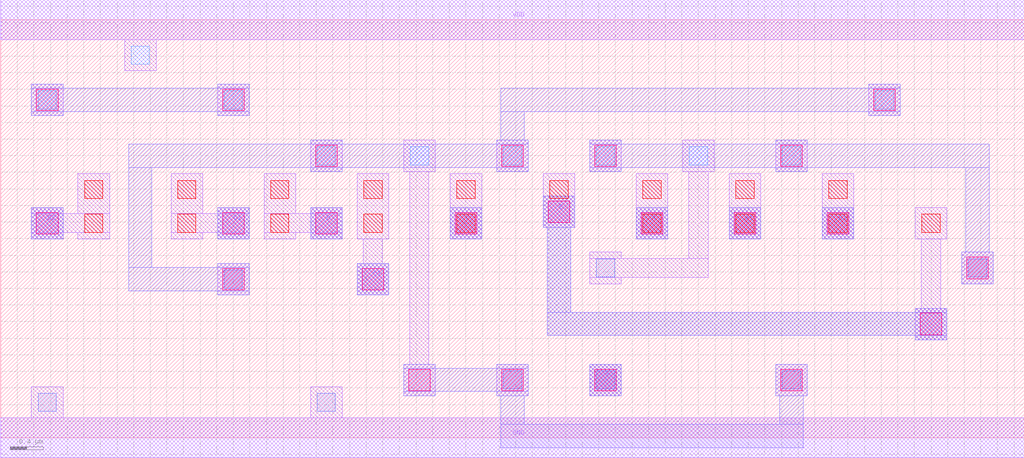
<source format=lef>
MACRO AAOAAOI2223
 CLASS CORE ;
 FOREIGN AAOAAOI2223 0 0 ;
 SIZE 12.32 BY 5.04 ;
 ORIGIN 0 0 ;
 SYMMETRY X Y R90 ;
 SITE unit ;
  PIN VDD
   DIRECTION INOUT ;
   USE POWER ;
   SHAPE ABUTMENT ;
    PORT
     CLASS CORE ;
       LAYER met1 ;
        RECT 0.00000000 4.80000000 12.32000000 5.28000000 ;
    END
  END VDD

  PIN GND
   DIRECTION INOUT ;
   USE POWER ;
   SHAPE ABUTMENT ;
    PORT
     CLASS CORE ;
       LAYER met1 ;
        RECT 0.00000000 -0.24000000 12.32000000 0.24000000 ;
    END
  END GND

  PIN Y
   DIRECTION INOUT ;
   USE SIGNAL ;
   SHAPE ABUTMENT ;
    PORT
     CLASS CORE ;
       LAYER met2 ;
        RECT 7.09000000 0.50700000 7.47000000 0.88700000 ;
    END
  END Y

  PIN A
   DIRECTION INOUT ;
   USE SIGNAL ;
   SHAPE ABUTMENT ;
    PORT
     CLASS CORE ;
       LAYER met2 ;
        RECT 7.65000000 2.39700000 8.03000000 2.77700000 ;
    END
  END A

  PIN D1
   DIRECTION INOUT ;
   USE SIGNAL ;
   SHAPE ABUTMENT ;
    PORT
     CLASS CORE ;
       LAYER met2 ;
        RECT 2.61000000 2.39700000 2.99000000 2.77700000 ;
    END
  END D1

  PIN B
   DIRECTION INOUT ;
   USE SIGNAL ;
   SHAPE ABUTMENT ;
    PORT
     CLASS CORE ;
       LAYER met2 ;
        RECT 11.01000000 1.18200000 11.39000000 1.23200000 ;
        RECT 6.58000000 1.23200000 11.39000000 1.51200000 ;
        RECT 11.01000000 1.51200000 11.39000000 1.56200000 ;
        RECT 6.58000000 1.51200000 6.86000000 2.53200000 ;
        RECT 6.53000000 2.53200000 6.91000000 2.91200000 ;
    END
  END B

  PIN C
   DIRECTION INOUT ;
   USE SIGNAL ;
   SHAPE ABUTMENT ;
    PORT
     CLASS CORE ;
       LAYER met2 ;
        RECT 5.41000000 2.39700000 5.79000000 2.77700000 ;
    END
  END C

  PIN D2
   DIRECTION INOUT ;
   USE SIGNAL ;
   SHAPE ABUTMENT ;
    PORT
     CLASS CORE ;
       LAYER met2 ;
        RECT 0.37000000 2.39700000 0.75000000 2.77700000 ;
    END
  END D2

  PIN A1
   DIRECTION INOUT ;
   USE SIGNAL ;
   SHAPE ABUTMENT ;
    PORT
     CLASS CORE ;
       LAYER met2 ;
        RECT 8.77000000 2.39700000 9.15000000 2.77700000 ;
    END
  END A1

  PIN B1
   DIRECTION INOUT ;
   USE SIGNAL ;
   SHAPE ABUTMENT ;
    PORT
     CLASS CORE ;
       LAYER met2 ;
        RECT 9.89000000 2.39700000 10.27000000 2.77700000 ;
    END
  END B1

  PIN C1
   DIRECTION INOUT ;
   USE SIGNAL ;
   SHAPE ABUTMENT ;
    PORT
     CLASS CORE ;
       LAYER met2 ;
        RECT 4.29000000 1.72200000 4.67000000 2.10200000 ;
    END
  END C1

  PIN D
   DIRECTION INOUT ;
   USE SIGNAL ;
   SHAPE ABUTMENT ;
    PORT
     CLASS CORE ;
       LAYER met2 ;
        RECT 3.73000000 2.39700000 4.11000000 2.77700000 ;
    END
  END D

 OBS
    LAYER polycont ;
     RECT 1.01000000 2.47700000 1.23000000 2.69700000 ;
     RECT 2.13000000 2.47700000 2.35000000 2.69700000 ;
     RECT 3.25000000 2.47700000 3.47000000 2.69700000 ;
     RECT 4.37000000 2.47700000 4.59000000 2.69700000 ;
     RECT 5.49000000 2.47700000 5.71000000 2.69700000 ;
     RECT 7.73000000 2.47700000 7.95000000 2.69700000 ;
     RECT 8.85000000 2.47700000 9.07000000 2.69700000 ;
     RECT 9.97000000 2.47700000 10.19000000 2.69700000 ;
     RECT 11.09000000 2.47700000 11.31000000 2.69700000 ;
     RECT 1.01000000 2.88200000 1.23000000 3.10200000 ;
     RECT 2.13000000 2.88200000 2.35000000 3.10200000 ;
     RECT 3.25000000 2.88200000 3.47000000 3.10200000 ;
     RECT 4.37000000 2.88200000 4.59000000 3.10200000 ;
     RECT 5.49000000 2.88200000 5.71000000 3.10200000 ;
     RECT 6.61000000 2.88200000 6.83000000 3.10200000 ;
     RECT 7.73000000 2.88200000 7.95000000 3.10200000 ;
     RECT 8.85000000 2.88200000 9.07000000 3.10200000 ;
     RECT 9.97000000 2.88200000 10.19000000 3.10200000 ;

    LAYER pdiffc ;
     RECT 3.81000000 3.28700000 4.03000000 3.50700000 ;
     RECT 4.93000000 3.28700000 5.15000000 3.50700000 ;
     RECT 6.05000000 3.28700000 6.27000000 3.50700000 ;
     RECT 7.17000000 3.28700000 7.39000000 3.50700000 ;
     RECT 8.29000000 3.28700000 8.51000000 3.50700000 ;
     RECT 9.41000000 3.28700000 9.63000000 3.50700000 ;
     RECT 0.45000000 3.96200000 0.67000000 4.18200000 ;
     RECT 2.69000000 3.96200000 2.91000000 4.18200000 ;
     RECT 10.53000000 3.96200000 10.75000000 4.18200000 ;
     RECT 1.57000000 4.50200000 1.79000000 4.72200000 ;

    LAYER ndiffc ;
     RECT 0.45000000 0.31700000 0.67000000 0.53700000 ;
     RECT 3.81000000 0.31700000 4.03000000 0.53700000 ;
     RECT 6.05000000 0.58700000 6.27000000 0.80700000 ;
     RECT 7.17000000 0.58700000 7.39000000 0.80700000 ;
     RECT 9.41000000 0.58700000 9.63000000 0.80700000 ;
     RECT 2.69000000 1.80200000 2.91000000 2.02200000 ;
     RECT 7.17000000 1.93700000 7.39000000 2.15700000 ;
     RECT 11.65000000 1.93700000 11.87000000 2.15700000 ;

    LAYER met1 ;
     RECT 0.00000000 -0.24000000 12.32000000 0.24000000 ;
     RECT 0.37000000 0.24000000 0.75000000 0.61700000 ;
     RECT 3.73000000 0.24000000 4.11000000 0.61700000 ;
     RECT 5.97000000 0.50700000 6.35000000 0.88700000 ;
     RECT 7.09000000 0.50700000 7.47000000 0.88700000 ;
     RECT 9.33000000 0.50700000 9.71000000 0.88700000 ;
     RECT 2.61000000 1.72200000 2.99000000 2.10200000 ;
     RECT 11.57000000 1.85700000 11.95000000 2.23700000 ;
     RECT 11.01000000 1.18200000 11.39000000 1.56200000 ;
     RECT 11.08500000 1.56200000 11.31500000 2.39700000 ;
     RECT 11.01000000 2.39700000 11.39000000 2.77700000 ;
     RECT 0.37000000 2.39700000 0.75000000 2.47200000 ;
     RECT 0.93000000 2.39700000 1.31000000 2.47200000 ;
     RECT 0.37000000 2.47200000 1.31000000 2.70200000 ;
     RECT 0.37000000 2.70200000 0.75000000 2.77700000 ;
     RECT 0.93000000 2.70200000 1.31000000 3.18200000 ;
     RECT 2.05000000 2.39700000 2.43000000 2.47200000 ;
     RECT 2.61000000 2.39700000 2.99000000 2.47200000 ;
     RECT 2.05000000 2.47200000 2.99000000 2.70200000 ;
     RECT 2.61000000 2.70200000 2.99000000 2.77700000 ;
     RECT 2.05000000 2.70200000 2.43000000 3.18200000 ;
     RECT 3.17000000 2.39700000 3.55000000 2.47200000 ;
     RECT 3.73000000 2.39700000 4.11000000 2.47200000 ;
     RECT 3.17000000 2.47200000 4.11000000 2.70200000 ;
     RECT 3.73000000 2.70200000 4.11000000 2.77700000 ;
     RECT 3.17000000 2.70200000 3.55000000 3.18200000 ;
     RECT 4.29000000 1.72200000 4.67000000 2.10200000 ;
     RECT 4.36500000 2.10200000 4.59500000 2.39700000 ;
     RECT 4.29000000 2.39700000 4.67000000 3.18200000 ;
     RECT 5.41000000 2.39700000 5.79000000 3.18200000 ;
     RECT 6.53000000 2.53200000 6.91000000 3.18200000 ;
     RECT 7.65000000 2.39700000 8.03000000 3.18200000 ;
     RECT 8.77000000 2.39700000 9.15000000 3.18200000 ;
     RECT 9.89000000 2.39700000 10.27000000 3.18200000 ;
     RECT 3.73000000 3.20700000 4.11000000 3.58700000 ;
     RECT 4.85000000 0.50700000 5.23000000 0.88700000 ;
     RECT 4.92500000 0.88700000 5.15500000 3.20700000 ;
     RECT 4.85000000 3.20700000 5.23000000 3.58700000 ;
     RECT 5.97000000 3.20700000 6.35000000 3.58700000 ;
     RECT 7.09000000 3.20700000 7.47000000 3.58700000 ;
     RECT 7.09000000 1.85700000 7.47000000 1.93200000 ;
     RECT 7.09000000 1.93200000 8.51500000 2.16200000 ;
     RECT 7.09000000 2.16200000 7.47000000 2.23700000 ;
     RECT 8.28500000 2.16200000 8.51500000 3.20700000 ;
     RECT 8.21000000 3.20700000 8.59000000 3.58700000 ;
     RECT 9.33000000 3.20700000 9.71000000 3.58700000 ;
     RECT 0.37000000 3.88200000 0.75000000 4.26200000 ;
     RECT 2.61000000 3.88200000 2.99000000 4.26200000 ;
     RECT 10.45000000 3.88200000 10.83000000 4.26200000 ;
     RECT 1.49000000 4.42200000 1.87000000 4.80000000 ;
     RECT 0.00000000 4.80000000 12.32000000 5.28000000 ;

    LAYER via1 ;
     RECT 4.91000000 0.56700000 5.17000000 0.82700000 ;
     RECT 6.03000000 0.56700000 6.29000000 0.82700000 ;
     RECT 7.15000000 0.56700000 7.41000000 0.82700000 ;
     RECT 9.39000000 0.56700000 9.65000000 0.82700000 ;
     RECT 11.07000000 1.24200000 11.33000000 1.50200000 ;
     RECT 2.67000000 1.78200000 2.93000000 2.04200000 ;
     RECT 4.35000000 1.78200000 4.61000000 2.04200000 ;
     RECT 11.63000000 1.91700000 11.89000000 2.17700000 ;
     RECT 0.43000000 2.45700000 0.69000000 2.71700000 ;
     RECT 2.67000000 2.45700000 2.93000000 2.71700000 ;
     RECT 3.79000000 2.45700000 4.05000000 2.71700000 ;
     RECT 5.47000000 2.45700000 5.73000000 2.71700000 ;
     RECT 7.71000000 2.45700000 7.97000000 2.71700000 ;
     RECT 8.83000000 2.45700000 9.09000000 2.71700000 ;
     RECT 9.95000000 2.45700000 10.21000000 2.71700000 ;
     RECT 6.59000000 2.59200000 6.85000000 2.85200000 ;
     RECT 3.79000000 3.26700000 4.05000000 3.52700000 ;
     RECT 6.03000000 3.26700000 6.29000000 3.52700000 ;
     RECT 7.15000000 3.26700000 7.41000000 3.52700000 ;
     RECT 9.39000000 3.26700000 9.65000000 3.52700000 ;
     RECT 0.43000000 3.94200000 0.69000000 4.20200000 ;
     RECT 2.67000000 3.94200000 2.93000000 4.20200000 ;
     RECT 10.51000000 3.94200000 10.77000000 4.20200000 ;

    LAYER met2 ;
     RECT 7.09000000 0.50700000 7.47000000 0.88700000 ;
     RECT 6.02000000 -0.11800000 9.66000000 0.16200000 ;
     RECT 6.02000000 0.16200000 6.30000000 0.50700000 ;
     RECT 9.38000000 0.16200000 9.66000000 0.50700000 ;
     RECT 4.85000000 0.50700000 5.23000000 0.55700000 ;
     RECT 5.97000000 0.50700000 6.35000000 0.55700000 ;
     RECT 4.85000000 0.55700000 6.35000000 0.83700000 ;
     RECT 4.85000000 0.83700000 5.23000000 0.88700000 ;
     RECT 5.97000000 0.83700000 6.35000000 0.88700000 ;
     RECT 9.33000000 0.50700000 9.71000000 0.88700000 ;
     RECT 4.29000000 1.72200000 4.67000000 2.10200000 ;
     RECT 0.37000000 2.39700000 0.75000000 2.77700000 ;
     RECT 2.61000000 2.39700000 2.99000000 2.77700000 ;
     RECT 3.73000000 2.39700000 4.11000000 2.77700000 ;
     RECT 5.41000000 2.39700000 5.79000000 2.77700000 ;
     RECT 7.65000000 2.39700000 8.03000000 2.77700000 ;
     RECT 8.77000000 2.39700000 9.15000000 2.77700000 ;
     RECT 9.89000000 2.39700000 10.27000000 2.77700000 ;
     RECT 11.01000000 1.18200000 11.39000000 1.23200000 ;
     RECT 6.58000000 1.23200000 11.39000000 1.51200000 ;
     RECT 11.01000000 1.51200000 11.39000000 1.56200000 ;
     RECT 6.58000000 1.51200000 6.86000000 2.53200000 ;
     RECT 6.53000000 2.53200000 6.91000000 2.91200000 ;
     RECT 11.57000000 1.85700000 11.95000000 2.23700000 ;
     RECT 7.09000000 3.20700000 7.47000000 3.25700000 ;
     RECT 9.33000000 3.20700000 9.71000000 3.25700000 ;
     RECT 11.62000000 2.23700000 11.90000000 3.25700000 ;
     RECT 7.09000000 3.25700000 11.90000000 3.53700000 ;
     RECT 7.09000000 3.53700000 7.47000000 3.58700000 ;
     RECT 9.33000000 3.53700000 9.71000000 3.58700000 ;
     RECT 0.37000000 3.88200000 0.75000000 3.93200000 ;
     RECT 2.61000000 3.88200000 2.99000000 3.93200000 ;
     RECT 0.37000000 3.93200000 2.99000000 4.21200000 ;
     RECT 0.37000000 4.21200000 0.75000000 4.26200000 ;
     RECT 2.61000000 4.21200000 2.99000000 4.26200000 ;
     RECT 2.61000000 1.72200000 2.99000000 1.77200000 ;
     RECT 1.54000000 1.77200000 2.99000000 2.05200000 ;
     RECT 2.61000000 2.05200000 2.99000000 2.10200000 ;
     RECT 1.54000000 2.05200000 1.82000000 3.25700000 ;
     RECT 3.73000000 3.20700000 4.11000000 3.25700000 ;
     RECT 5.97000000 3.20700000 6.35000000 3.25700000 ;
     RECT 1.54000000 3.25700000 6.35000000 3.53700000 ;
     RECT 3.73000000 3.53700000 4.11000000 3.58700000 ;
     RECT 5.97000000 3.53700000 6.35000000 3.58700000 ;
     RECT 6.02000000 3.58700000 6.30000000 3.93200000 ;
     RECT 10.45000000 3.88200000 10.83000000 3.93200000 ;
     RECT 6.02000000 3.93200000 10.83000000 4.21200000 ;
     RECT 10.45000000 4.21200000 10.83000000 4.26200000 ;

 END
END AAOAAOI2223

</source>
